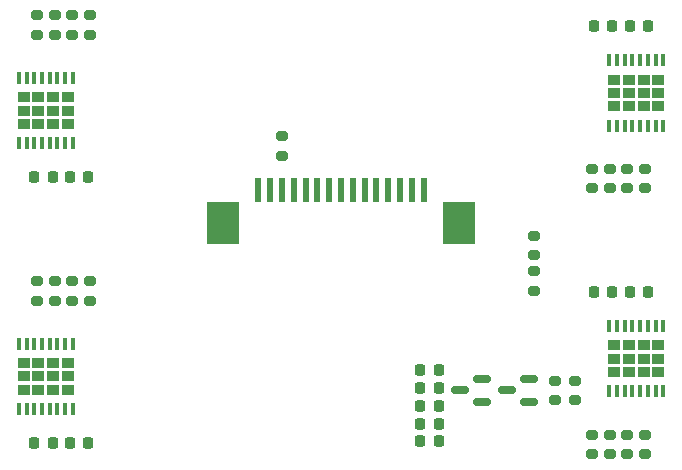
<source format=gbr>
%TF.GenerationSoftware,KiCad,Pcbnew,8.0.1*%
%TF.CreationDate,2024-11-17T11:13:03+09:00*%
%TF.ProjectId,MD-20240410,4d442d32-3032-4343-9034-31302e6b6963,rev?*%
%TF.SameCoordinates,Original*%
%TF.FileFunction,Paste,Top*%
%TF.FilePolarity,Positive*%
%FSLAX46Y46*%
G04 Gerber Fmt 4.6, Leading zero omitted, Abs format (unit mm)*
G04 Created by KiCad (PCBNEW 8.0.1) date 2024-11-17 11:13:03*
%MOMM*%
%LPD*%
G01*
G04 APERTURE LIST*
G04 Aperture macros list*
%AMRoundRect*
0 Rectangle with rounded corners*
0 $1 Rounding radius*
0 $2 $3 $4 $5 $6 $7 $8 $9 X,Y pos of 4 corners*
0 Add a 4 corners polygon primitive as box body*
4,1,4,$2,$3,$4,$5,$6,$7,$8,$9,$2,$3,0*
0 Add four circle primitives for the rounded corners*
1,1,$1+$1,$2,$3*
1,1,$1+$1,$4,$5*
1,1,$1+$1,$6,$7*
1,1,$1+$1,$8,$9*
0 Add four rect primitives between the rounded corners*
20,1,$1+$1,$2,$3,$4,$5,0*
20,1,$1+$1,$4,$5,$6,$7,0*
20,1,$1+$1,$6,$7,$8,$9,0*
20,1,$1+$1,$8,$9,$2,$3,0*%
G04 Aperture macros list end*
%ADD10RoundRect,0.200000X-0.275000X0.200000X-0.275000X-0.200000X0.275000X-0.200000X0.275000X0.200000X0*%
%ADD11RoundRect,0.225000X0.225000X0.250000X-0.225000X0.250000X-0.225000X-0.250000X0.225000X-0.250000X0*%
%ADD12R,1.050000X0.880000*%
%ADD13R,0.450000X1.050000*%
%ADD14RoundRect,0.200000X0.275000X-0.200000X0.275000X0.200000X-0.275000X0.200000X-0.275000X-0.200000X0*%
%ADD15RoundRect,0.225000X-0.225000X-0.250000X0.225000X-0.250000X0.225000X0.250000X-0.225000X0.250000X0*%
%ADD16R,0.610000X2.000000*%
%ADD17R,2.680000X3.600000*%
%ADD18RoundRect,0.150000X0.587500X0.150000X-0.587500X0.150000X-0.587500X-0.150000X0.587500X-0.150000X0*%
G04 APERTURE END LIST*
D10*
%TO.C,R16*%
X24250001Y5575000D03*
X24250001Y3925000D03*
%TD*%
%TO.C,R13*%
X21250001Y-16925000D03*
X21250001Y-18575000D03*
%TD*%
%TO.C,R23*%
X16325001Y-100000D03*
X16325001Y-1750000D03*
%TD*%
D11*
%TO.C,C4*%
X8275001Y-16000000D03*
X6725001Y-16000000D03*
%TD*%
D12*
%TO.C,U2*%
X-23124999Y-10866600D03*
X-24374999Y-10866600D03*
X-25624999Y-10866600D03*
X-26874999Y-10866600D03*
X-23124999Y-12000000D03*
X-24374999Y-12000000D03*
X-25624999Y-12000000D03*
X-26874999Y-12000000D03*
X-23124999Y-13133400D03*
X-24374999Y-13133400D03*
X-25624999Y-13133400D03*
X-26874999Y-13133400D03*
D13*
X-22724999Y-9225000D03*
X-23374999Y-9225000D03*
X-24024999Y-9225000D03*
X-24674999Y-9225000D03*
X-25324999Y-9225000D03*
X-25974999Y-9225000D03*
X-26624999Y-9225000D03*
X-27274999Y-9225000D03*
X-27274999Y-14775000D03*
X-26624999Y-14775000D03*
X-25974999Y-14775000D03*
X-25324999Y-14775000D03*
X-24674999Y-14775000D03*
X-24024999Y-14775000D03*
X-23374999Y-14775000D03*
X-22724999Y-14775000D03*
%TD*%
D12*
%TO.C,U1*%
X-23124999Y11633400D03*
X-24374999Y11633400D03*
X-25624999Y11633400D03*
X-26874999Y11633400D03*
X-23124999Y10500000D03*
X-24374999Y10500000D03*
X-25624999Y10500000D03*
X-26874999Y10500000D03*
X-23124999Y9366600D03*
X-24374999Y9366600D03*
X-25624999Y9366600D03*
X-26874999Y9366600D03*
D13*
X-22724999Y13275000D03*
X-23374999Y13275000D03*
X-24024999Y13275000D03*
X-24674999Y13275000D03*
X-25324999Y13275000D03*
X-25974999Y13275000D03*
X-26624999Y13275000D03*
X-27274999Y13275000D03*
X-27274999Y7725000D03*
X-26624999Y7725000D03*
X-25974999Y7725000D03*
X-25324999Y7725000D03*
X-24674999Y7725000D03*
X-24024999Y7725000D03*
X-23374999Y7725000D03*
X-22724999Y7725000D03*
%TD*%
D11*
%TO.C,C9*%
X-21424999Y-17650000D03*
X-22974999Y-17650000D03*
%TD*%
%TO.C,C5*%
X8275001Y-14500000D03*
X6725001Y-14500000D03*
%TD*%
%TO.C,C8*%
X8275001Y-11500000D03*
X6725001Y-11500000D03*
%TD*%
%TO.C,C10*%
X-24424999Y-17650000D03*
X-25974999Y-17650000D03*
%TD*%
D10*
%TO.C,R14*%
X22750001Y-16925000D03*
X22750001Y-18575000D03*
%TD*%
%TO.C,R17*%
X21250001Y5575000D03*
X21250001Y3925000D03*
%TD*%
%TO.C,R21*%
X16325001Y-3100000D03*
X16325001Y-4750000D03*
%TD*%
D14*
%TO.C,R7*%
X-25749999Y16925000D03*
X-25749999Y18575000D03*
%TD*%
D10*
%TO.C,R12*%
X24250001Y-16925000D03*
X24250001Y-18575000D03*
%TD*%
D14*
%TO.C,R8*%
X-24249999Y-5575000D03*
X-24249999Y-3925000D03*
%TD*%
D15*
%TO.C,C12*%
X24425001Y-4850000D03*
X25975001Y-4850000D03*
%TD*%
D16*
%TO.C,J8*%
X-7000000Y3800000D03*
X-6000000Y3800000D03*
X-5000000Y3800000D03*
X-4000000Y3800000D03*
X-3000000Y3800000D03*
X-2000000Y3800000D03*
X-1000000Y3800000D03*
X0Y3800000D03*
X1000000Y3800000D03*
X2000000Y3800000D03*
X3000000Y3800000D03*
X4000000Y3800000D03*
X5000000Y3800000D03*
X6000000Y3800000D03*
X7000000Y3800000D03*
D17*
X-9990000Y1000000D03*
X9990000Y1000000D03*
%TD*%
D12*
%TO.C,U3*%
X23125001Y-11633400D03*
X24375001Y-11633400D03*
X25625001Y-11633400D03*
X26875001Y-11633400D03*
X23125001Y-10500000D03*
X24375001Y-10500000D03*
X25625001Y-10500000D03*
X26875001Y-10500000D03*
X23125001Y-9366600D03*
X24375001Y-9366600D03*
X25625001Y-9366600D03*
X26875001Y-9366600D03*
D13*
X22725001Y-13275000D03*
X23375001Y-13275000D03*
X24025001Y-13275000D03*
X24675001Y-13275000D03*
X25325001Y-13275000D03*
X25975001Y-13275000D03*
X26625001Y-13275000D03*
X27275001Y-13275000D03*
X27275001Y-7725000D03*
X26625001Y-7725000D03*
X25975001Y-7725000D03*
X25325001Y-7725000D03*
X24675001Y-7725000D03*
X24025001Y-7725000D03*
X23375001Y-7725000D03*
X22725001Y-7725000D03*
%TD*%
D15*
%TO.C,C14*%
X24425001Y17650000D03*
X25975001Y17650000D03*
%TD*%
D10*
%TO.C,R18*%
X22750001Y5575000D03*
X22750001Y3925000D03*
%TD*%
%TO.C,R15*%
X25750001Y-16925000D03*
X25750001Y-18575000D03*
%TD*%
D14*
%TO.C,R10*%
X-22749999Y-5575000D03*
X-22749999Y-3925000D03*
%TD*%
D11*
%TO.C,C3*%
X8275001Y-17470000D03*
X6725001Y-17470000D03*
%TD*%
D14*
%TO.C,R4*%
X-24249999Y16925000D03*
X-24249999Y18575000D03*
%TD*%
D12*
%TO.C,U4*%
X23125001Y10866600D03*
X24375001Y10866600D03*
X25625001Y10866600D03*
X26875001Y10866600D03*
X23125001Y12000000D03*
X24375001Y12000000D03*
X25625001Y12000000D03*
X26875001Y12000000D03*
X23125001Y13133400D03*
X24375001Y13133400D03*
X25625001Y13133400D03*
X26875001Y13133400D03*
D13*
X22725001Y9225000D03*
X23375001Y9225000D03*
X24025001Y9225000D03*
X24675001Y9225000D03*
X25325001Y9225000D03*
X25975001Y9225000D03*
X26625001Y9225000D03*
X27275001Y9225000D03*
X27275001Y14775000D03*
X26625001Y14775000D03*
X25975001Y14775000D03*
X25325001Y14775000D03*
X24675001Y14775000D03*
X24025001Y14775000D03*
X23375001Y14775000D03*
X22725001Y14775000D03*
%TD*%
D11*
%TO.C,C1*%
X-21424999Y4850000D03*
X-22974999Y4850000D03*
%TD*%
D15*
%TO.C,C11*%
X21425001Y-4850000D03*
X22975001Y-4850000D03*
%TD*%
D10*
%TO.C,R19*%
X25750001Y5575000D03*
X25750001Y3925000D03*
%TD*%
D14*
%TO.C,R11*%
X-25749999Y-5575000D03*
X-25749999Y-3925000D03*
%TD*%
D15*
%TO.C,C13*%
X21425001Y17650000D03*
X22975001Y17650000D03*
%TD*%
D14*
%TO.C,R1*%
X-5000000Y6675000D03*
X-5000000Y8325000D03*
%TD*%
%TO.C,R3*%
X-21249999Y16925000D03*
X-21249999Y18575000D03*
%TD*%
D11*
%TO.C,C2*%
X-24424999Y4850000D03*
X-25974999Y4850000D03*
%TD*%
D14*
%TO.C,R9*%
X-21249999Y-5575000D03*
X-21249999Y-3925000D03*
%TD*%
D10*
%TO.C,R22*%
X18075001Y-12350000D03*
X18075001Y-14000000D03*
%TD*%
D14*
%TO.C,R6*%
X-22749999Y16925000D03*
X-22749999Y18575000D03*
%TD*%
D11*
%TO.C,C7*%
X8275001Y-13000000D03*
X6725001Y-13000000D03*
%TD*%
D18*
%TO.C,Q2*%
X11937501Y-14125000D03*
X11937501Y-12225000D03*
X10062501Y-13175000D03*
%TD*%
%TO.C,Q1*%
X15937501Y-14125000D03*
X15937501Y-12225000D03*
X14062501Y-13175000D03*
%TD*%
D10*
%TO.C,R20*%
X19825001Y-12350000D03*
X19825001Y-14000000D03*
%TD*%
M02*

</source>
